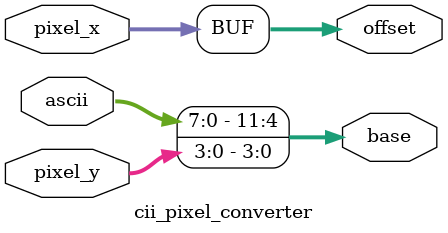
<source format=v>
`timescale 1ps/1ps

module cii_pixel_converter(
   input       [7:0]       ascii,//0-255
   
   input       [3:0]       pixel_x,//0px-8px 
   input       [3:0]       pixel_y,//0-15
   output      [11:0]      base,
   output      [3:0]       offset
   // output                  pixel
);
   // reg [11:0] mem_graph_ascii [4095:0];//ascii字模
   assign base = {ascii,pixel_y[3:0]};

   // wire [11:0] line;//8-0
   // assign line = mem_graph_ascii[base];

   assign offset = pixel_x ;
   // assign pixel = line[pixel_x+3'd3]; 
endmodule

</source>
